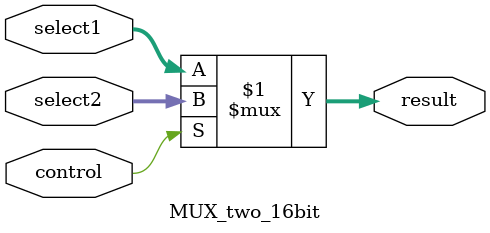
<source format=v>
`timescale 1ns / 1ps
module MUX_two_16bit(
    input [15:0] select1,
    input [15:0] select2,
    input control,
    output [15:0] result
    );
assign result=control?select2:select1;

endmodule

</source>
